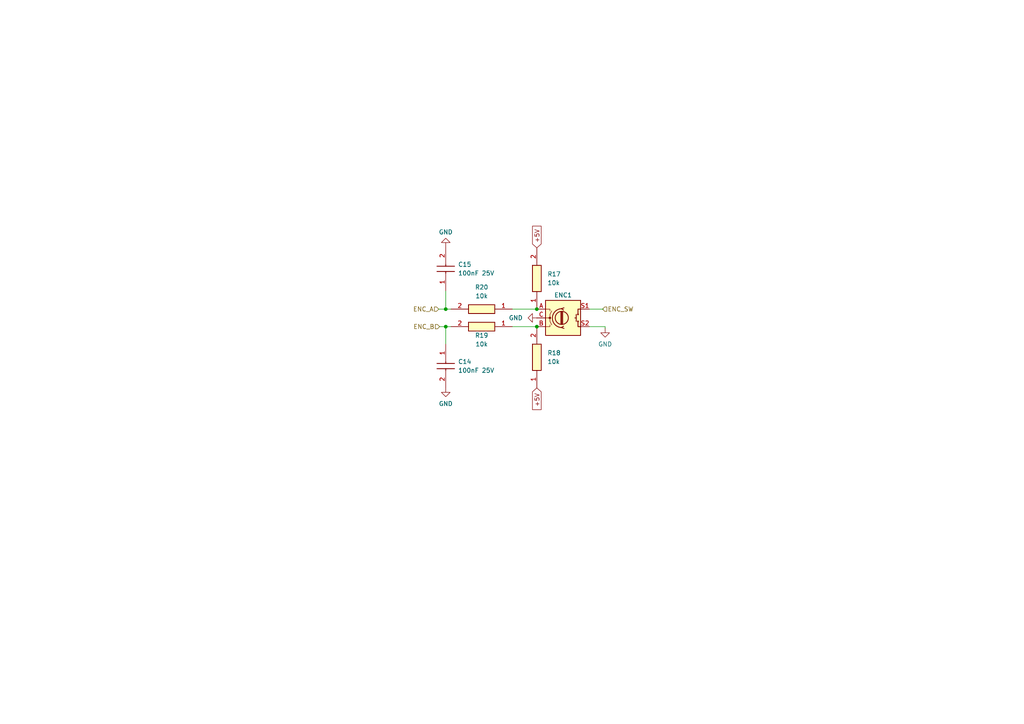
<source format=kicad_sch>
(kicad_sch (version 20231120) (generator "eeschema") (generator_version "8.0")
  (paper "A4")
  (lib_symbols
    (symbol "Device:RotaryEncoder_Switch" (pin_names (offset 0.254) hide)
      (property "Reference" "SW" (at 0 6.604 0))
      (property "Value" "RotaryEncoder_Switch" (at 0 -6.604 0))
      (symbol "RotaryEncoder_Switch_0_1"
        (rectangle (start -5.08 5.08) (end 5.08 -5.08) (stroke (width 0.254)) (fill (type background)))
        (circle (center -3.81 0) (radius 0.254) (fill (type outline)))
        (circle (center -0.381 0) (radius 1.905) (stroke (width 0.254)))
        (arc (start -0.381 2.667) (mid -3.0988 -0.0635) (end -0.381 -2.794) (stroke (width 0.254)))
        (polyline (pts (xy -0.635 -1.778) (xy -0.635 1.778)) (stroke (width 0.254)))
        (polyline (pts (xy -0.381 -1.778) (xy -0.381 1.778)) (stroke (width 0.254)))
        (polyline (pts (xy -0.127 1.778) (xy -0.127 -1.778)) (stroke (width 0.254)))
        (polyline (pts (xy 3.81 0) (xy 3.429 0)) (stroke (width 0.254)))
        (polyline (pts (xy 3.81 1.016) (xy 3.81 -1.016)) (stroke (width 0.254)))
        (polyline (pts (xy -5.08 -2.54) (xy -3.81 -2.54) (xy -3.81 -2.032)))
        (polyline (pts (xy -5.08 2.54) (xy -3.81 2.54) (xy -3.81 2.032)))
        (polyline (pts (xy 0.254 -3.048) (xy -0.508 -2.794) (xy 0.127 -2.413)) (stroke (width 0.254)))
        (polyline (pts (xy 0.254 2.921) (xy -0.508 2.667) (xy 0.127 2.286)) (stroke (width 0.254)))
        (polyline (pts (xy 5.08 -2.54) (xy 4.318 -2.54) (xy 4.318 -1.016)) (stroke (width 0.254)))
        (polyline (pts (xy 5.08 2.54) (xy 4.318 2.54) (xy 4.318 1.016)) (stroke (width 0.254)))
        (polyline (pts (xy -5.08 0) (xy -3.81 0) (xy -3.81 -1.016) (xy -3.302 -2.032)))
        (polyline (pts (xy -4.318 0) (xy -3.81 0) (xy -3.81 1.016) (xy -3.302 2.032)))
        (circle (center 4.318 -1.016) (radius 0.127) (stroke (width 0.254)))
        (circle (center 4.318 1.016) (radius 0.127) (stroke (width 0.254)))
      )
      (symbol "RotaryEncoder_Switch_1_1"
        (pin passive line (at -7.62 2.54 0) (length 2.54) (name "A") (number "A"))
        (pin passive line (at -7.62 -2.54 0) (length 2.54) (name "B") (number "B"))
        (pin passive line (at -7.62 0 0) (length 2.54) (name "C") (number "C"))
        (pin passive line (at 7.62 2.54 180) (length 2.54) (name "S1") (number "S1"))
        (pin passive line (at 7.62 -2.54 180) (length 2.54) (name "S2") (number "S2"))
      )
    )
    (symbol "SamacSys_Parts:ERJ-UP6D5101V" (pin_names hide)
      (property "Reference" "R" (at 13.97 6.35 0))
      (property "Value" "ERJ-UP6D5101V" (at 13.97 3.81 0))
      (symbol "ERJ-UP6D5101V_1_1"
        (rectangle (start 5.08 1.27) (end 12.7 -1.27) (stroke (width 0.254)) (fill (type background)))
        (pin passive line (at 0 0 0) (length 5.08) (name "1") (number "1"))
        (pin passive line (at 17.78 0 180) (length 5.08) (name "2") (number "2"))
      )
    )
    (symbol "SamacSys_Parts:GRM033R71E101KA01J" (pin_names hide)
      (property "Reference" "C" (at 8.89 6.35 0))
      (property "Value" "GRM033R71E101KA01J" (at 8.89 3.81 0))
      (symbol "GRM033R71E101KA01J_1_1"
        (polyline (pts (xy 5.08 0) (xy 5.588 0)) (stroke (width 0.254)))
        (polyline (pts (xy 5.588 2.54) (xy 5.588 -2.54)) (stroke (width 0.254)))
        (polyline (pts (xy 7.112 0) (xy 7.62 0)) (stroke (width 0.254)))
        (polyline (pts (xy 7.112 2.54) (xy 7.112 -2.54)) (stroke (width 0.254)))
        (pin passive line (at 0 0 0) (length 5.08) (name "1") (number "1"))
        (pin passive line (at 12.7 0 180) (length 5.08) (name "2") (number "2"))
      )
    )
    (symbol "power:GND" (power) (pin_numbers hide) (pin_names (offset 0) hide)
      (property "Value" "GND" (at 0 -3.81 0))
      (symbol "GND_0_1"
        (polyline (pts (xy 0 0) (xy 0 -1.27) (xy 1.27 -1.27) (xy 0 -2.54) (xy -1.27 -1.27) (xy 0 -1.27)))
      )
      (symbol "GND_1_1"
        (pin power_in line (at 0 0 270) (length 0) (name "~") (number "1"))
      )
    )
  )
  (junction (at 155.702 89.662))
  (junction (at 155.702 94.742))
  (junction (at 129.286 89.662))
  (junction (at 129.286 94.742))
  (wire (pts (xy 127.508 94.742) (xy 129.286 94.742)))
  (wire (pts (xy 148.59 89.662) (xy 155.702 89.662)))
  (wire (pts (xy 129.286 84.328) (xy 129.286 89.662)))
  (wire (pts (xy 129.286 94.742) (xy 130.81 94.742)))
  (wire (pts (xy 170.942 89.662) (xy 175.006 89.662)))
  (wire (pts (xy 129.286 89.662) (xy 130.81 89.662)))
  (wire (pts (xy 170.942 94.742) (xy 175.514 94.742)))
  (wire (pts (xy 129.286 99.822) (xy 129.286 94.742)))
  (wire (pts (xy 175.514 94.742) (xy 175.514 95.25)))
  (wire (pts (xy 127.254 89.662) (xy 129.286 89.662)))
  (wire (pts (xy 148.59 94.742) (xy 155.702 94.742)))
  (global_label "+5V" (shape input) (at 155.702 112.522 270) (property "Intersheetrefs" "${INTERSHEET_REFS}" (effects (hide yes))))
  (global_label "+5V" (shape input) (at 155.702 71.882 90) (property "Intersheetrefs" "${INTERSHEET_REFS}" (effects (hide yes))))
  (hierarchical_label "ENC_SW" (shape input) (at 174.752 89.662 0))
  (hierarchical_label "ENC_A" (shape input) (at 127.254 89.662 180))
  (hierarchical_label "ENC_B" (shape input) (at 127.508 94.742 180))
  (symbol (lib_id "power:GND") (at 175.514 95.25 0) (unit 1)
    (property "Reference" "#PWR033" (effects (hide yes)))
    (property "Value" "GND" (at 175.514 99.822 0))
    (property "Description" "Power symbol creates a global label with name \"GND\" , ground" (effects (hide yes)))
  )
  (symbol (lib_id "SamacSys_Parts:GRM033R71E101KA01J") (at 129.286 99.822 270) (unit 1)
    (property "Reference" "C14" (at 132.842 104.9019 90) (effects (justify left)))
    (property "Value" "100nF 25V" (at 132.842 107.4419 90) (effects (justify left)))
    (property "Footprint" "GRM033D70J224ME01D" (effects (hide yes)))
    (property "Datasheet" "https://search.murata.co.jp/Ceramy/image/img/A01X/G101/ENG/GRM033R71E101KA01-01A.pdf" (effects (hide yes)))
    (property "Description" "Multilayer Ceramic Capacitors MLCC - SMD/SMT 100pF 25 volts 10%" (effects (hide yes)))
    (property "Height" "0.5" (effects (hide yes)))
    (property "Mouser Part Number" "81-GRM033R71E101KA1J" (effects (hide yes)))
    (property "Mouser Price/Stock" "https://www.mouser.co.uk/ProductDetail/Murata-Electronics/GRM033R71E101KA01J?qs=563MOeNa05Lmru4oTW10Jw%3D%3D" (effects (hide yes)))
    (property "Manufacturer_Name" "Murata Electronics" (effects (hide yes)))
    (property "Manufacturer_Part_Number" "GRM033R71E101KA01J" (effects (hide yes)))
  )
  (symbol (lib_id "SamacSys_Parts:ERJ-UP6D5101V") (at 155.702 89.662 90) (unit 1)
    (property "Reference" "R17" (at 158.75 79.5019 90) (effects (justify right)))
    (property "Value" "10k" (at 158.75 82.0419 90) (effects (justify right)))
    (property "Footprint" "ERJUP6" (effects (hide yes)))
    (property "Datasheet" "https://industrial.panasonic.com/cdbs/www-data/pdf/RDP0000/AOA0000C337.pdf" (effects (hide yes)))
    (property "Description" "Anti-Sulfurated Thick Film Chip Resistors/ Anti-Surge Type, Power Rating (W): 0.5, Chip Size (LxW(EIA)) (mm): 2.0 x 1.25 (EIA:0805), Resistance Values (?): 5100, Resistance Tolerance (%): 0.5, T.C.R (?102/K): ?100" (effects (hide yes)))
    (property "Height" "0.7" (effects (hide yes)))
    (property "Mouser Part Number" "667-ERJ-UP6D5101V" (effects (hide yes)))
    (property "Mouser Price/Stock" "https://www.mouser.co.uk/ProductDetail/Panasonic/ERJ-UP6D5101V?qs=ZcfC38r4Pouz7%2FLHthUDHQ%3D%3D" (effects (hide yes)))
    (property "Manufacturer_Name" "Panasonic" (effects (hide yes)))
    (property "Manufacturer_Part_Number" "ERJ-UP6D5101V" (effects (hide yes)))
  )
  (symbol (lib_id "SamacSys_Parts:ERJ-UP6D5101V") (at 155.702 112.522 90) (unit 1)
    (property "Reference" "R18" (at 158.75 102.3619 90) (effects (justify right)))
    (property "Value" "10k" (at 158.75 104.9019 90) (effects (justify right)))
    (property "Footprint" "ERJUP6" (effects (hide yes)))
    (property "Datasheet" "https://industrial.panasonic.com/cdbs/www-data/pdf/RDP0000/AOA0000C337.pdf" (effects (hide yes)))
    (property "Description" "Anti-Sulfurated Thick Film Chip Resistors/ Anti-Surge Type, Power Rating (W): 0.5, Chip Size (LxW(EIA)) (mm): 2.0 x 1.25 (EIA:0805), Resistance Values (?): 5100, Resistance Tolerance (%): 0.5, T.C.R (?102/K): ?100" (effects (hide yes)))
    (property "Height" "0.7" (effects (hide yes)))
    (property "Mouser Part Number" "667-ERJ-UP6D5101V" (effects (hide yes)))
    (property "Mouser Price/Stock" "https://www.mouser.co.uk/ProductDetail/Panasonic/ERJ-UP6D5101V?qs=ZcfC38r4Pouz7%2FLHthUDHQ%3D%3D" (effects (hide yes)))
    (property "Manufacturer_Name" "Panasonic" (effects (hide yes)))
    (property "Manufacturer_Part_Number" "ERJ-UP6D5101V" (effects (hide yes)))
  )
  (symbol (lib_id "SamacSys_Parts:ERJ-UP6D5101V") (at 148.59 89.662 180) (unit 1)
    (property "Reference" "R20" (at 139.7 83.312 0))
    (property "Value" "10k" (at 139.7 85.852 0))
    (property "Footprint" "ERJUP6" (effects (hide yes)))
    (property "Datasheet" "https://industrial.panasonic.com/cdbs/www-data/pdf/RDP0000/AOA0000C337.pdf" (effects (hide yes)))
    (property "Description" "Anti-Sulfurated Thick Film Chip Resistors/ Anti-Surge Type, Power Rating (W): 0.5, Chip Size (LxW(EIA)) (mm): 2.0 x 1.25 (EIA:0805), Resistance Values (?): 5100, Resistance Tolerance (%): 0.5, T.C.R (?102/K): ?100" (effects (hide yes)))
    (property "Height" "0.7" (effects (hide yes)))
    (property "Mouser Part Number" "667-ERJ-UP6D5101V" (effects (hide yes)))
    (property "Mouser Price/Stock" "https://www.mouser.co.uk/ProductDetail/Panasonic/ERJ-UP6D5101V?qs=ZcfC38r4Pouz7%2FLHthUDHQ%3D%3D" (effects (hide yes)))
    (property "Manufacturer_Name" "Panasonic" (effects (hide yes)))
    (property "Manufacturer_Part_Number" "ERJ-UP6D5101V" (effects (hide yes)))
  )
  (symbol (lib_id "SamacSys_Parts:GRM033R71E101KA01J") (at 129.286 84.328 90) (unit 1)
    (property "Reference" "C15" (at 132.842 76.7079 90) (effects (justify right)))
    (property "Value" "100nF 25V" (at 132.842 79.2479 90) (effects (justify right)))
    (property "Footprint" "GRM033D70J224ME01D" (effects (hide yes)))
    (property "Datasheet" "https://search.murata.co.jp/Ceramy/image/img/A01X/G101/ENG/GRM033R71E101KA01-01A.pdf" (effects (hide yes)))
    (property "Description" "Multilayer Ceramic Capacitors MLCC - SMD/SMT 100pF 25 volts 10%" (effects (hide yes)))
    (property "Height" "0.5" (effects (hide yes)))
    (property "Mouser Part Number" "81-GRM033R71E101KA1J" (effects (hide yes)))
    (property "Mouser Price/Stock" "https://www.mouser.co.uk/ProductDetail/Murata-Electronics/GRM033R71E101KA01J?qs=563MOeNa05Lmru4oTW10Jw%3D%3D" (effects (hide yes)))
    (property "Manufacturer_Name" "Murata Electronics" (effects (hide yes)))
    (property "Manufacturer_Part_Number" "GRM033R71E101KA01J" (effects (hide yes)))
  )
  (symbol (lib_id "power:GND") (at 129.286 71.628 180) (unit 1)
    (property "Reference" "#PWR035" (effects (hide yes)))
    (property "Value" "GND" (at 129.286 67.31 0))
    (property "Description" "Power symbol creates a global label with name \"GND\" , ground" (effects (hide yes)))
  )
  (symbol (lib_id "power:GND") (at 155.702 92.202 270) (unit 1)
    (property "Reference" "#PWR032" (effects (hide yes)))
    (property "Value" "GND" (at 151.638 92.2019 90) (effects (justify right)))
    (property "Description" "Power symbol creates a global label with name \"GND\" , ground" (effects (hide yes)))
  )
  (symbol (lib_id "power:GND") (at 129.286 112.522 0) (unit 1)
    (property "Reference" "#PWR034" (effects (hide yes)))
    (property "Value" "GND" (at 129.286 117.094 0))
    (property "Description" "Power symbol creates a global label with name \"GND\" , ground" (effects (hide yes)))
  )
  (symbol (lib_id "SamacSys_Parts:ERJ-UP6D5101V") (at 148.59 94.742 180) (unit 1)
    (property "Reference" "R19" (at 139.7 97.282 0))
    (property "Value" "10k" (at 139.7 99.822 0))
    (property "Footprint" "ERJUP6" (effects (hide yes)))
    (property "Datasheet" "https://industrial.panasonic.com/cdbs/www-data/pdf/RDP0000/AOA0000C337.pdf" (effects (hide yes)))
    (property "Description" "Anti-Sulfurated Thick Film Chip Resistors/ Anti-Surge Type, Power Rating (W): 0.5, Chip Size (LxW(EIA)) (mm): 2.0 x 1.25 (EIA:0805), Resistance Values (?): 5100, Resistance Tolerance (%): 0.5, T.C.R (?102/K): ?100" (effects (hide yes)))
    (property "Height" "0.7" (effects (hide yes)))
    (property "Mouser Part Number" "667-ERJ-UP6D5101V" (effects (hide yes)))
    (property "Mouser Price/Stock" "https://www.mouser.co.uk/ProductDetail/Panasonic/ERJ-UP6D5101V?qs=ZcfC38r4Pouz7%2FLHthUDHQ%3D%3D" (effects (hide yes)))
    (property "Manufacturer_Name" "Panasonic" (effects (hide yes)))
    (property "Manufacturer_Part_Number" "ERJ-UP6D5101V" (effects (hide yes)))
  )
  (symbol (lib_id "Device:RotaryEncoder_Switch") (at 163.322 92.202 0) (unit 1)
    (property "Reference" "ENC1" (at 163.322 85.598 0))
    (property "Value" "RotaryEncoder_Switch" (effects (hide yes)))
    (property "Footprint" "SamacSys_Parts:PEC12R41BBFS0012" (effects (hide yes)))
    (property "Description" "Rotary encoder, dual channel, incremental quadrate outputs, with switch" (effects (hide yes)))
  )
)
</source>
